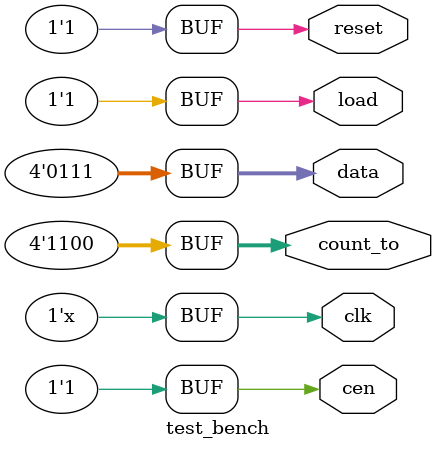
<source format=v>
module test_bench(data, count_to, load, cen, clk, reset);

parameter width = 4;

output [width-1 : 0] data;
output [width-1 : 0] count_to;
output load;
output cen;
output clk;
output reset;


reg [width-1 : 0] data;
reg [width-1 : 0] count_to;
reg load;
reg cen;
reg clk;
reg reset;


initial
begin
	reset =0;
	clk = 0;
	data = 4'b0111;
	cen =0;
	load = 0;
	count_to = 4'b1100;
#2 reset = 1;
#7 cen =1;
#5 load =1;
#10 cen = 0;
#14 cen = 1;
#24 load = 0;
#25 load = 1;


end

always 
  #1 clk <= ~clk;
  
  
 endmodule





</source>
